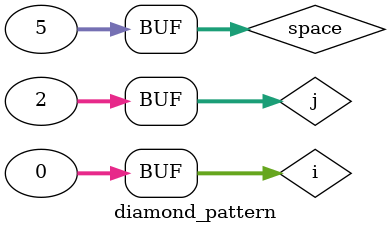
<source format=v>
module diamond_pattern;

  integer i, j, space;

  initial begin
    
    for (i = 1; i <= 5; i = i + 1) begin
      // Print leading spaces
      for (space = 1; space <= 5 - i; space = space + 1)
        $write(" ");
    
      for (j = 1; j <= i; j = j + 1)
        $write("%0d", i);
      $display(""); 
    end

    for (i = 4; i >= 1; i = i - 1) begin
 
      for (space = 1; space <= 5 - i; space = space + 1)
        $write(" ");
      
      for (j = 1; j <= i; j = j + 1)
        $write("%0d", i);
      $display(""); 
    end
  end

endmodule

</source>
